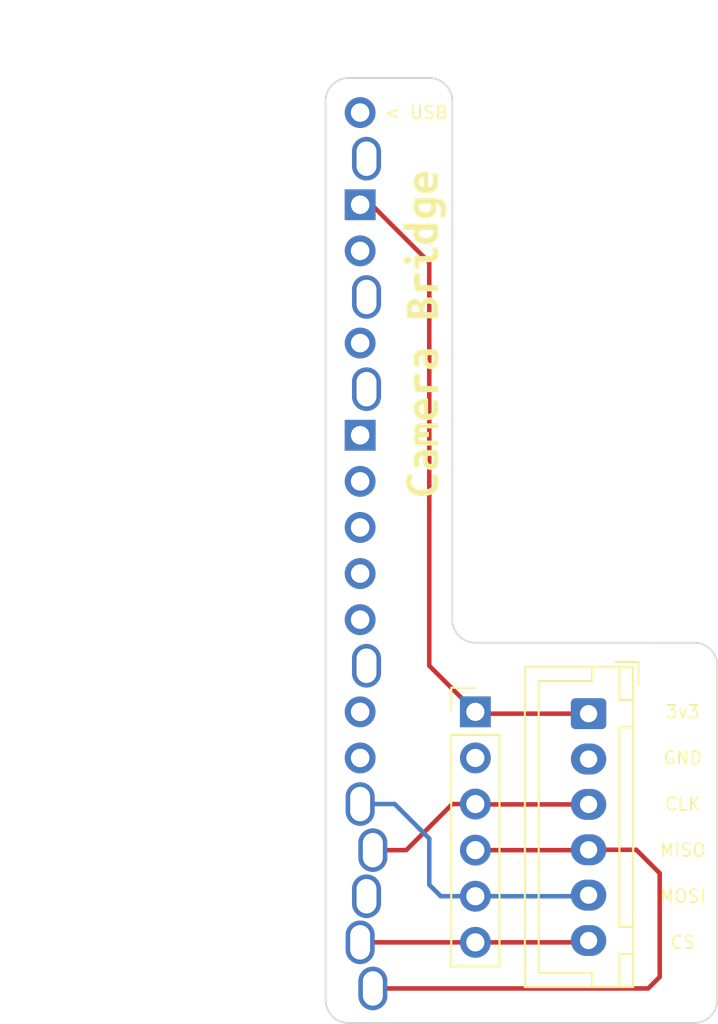
<source format=kicad_pcb>
(kicad_pcb (version 20221018) (generator pcbnew)
  (layers (0 "F.Cu" signal) (31 "B.Cu" signal) (34 "B.Paste" user) (35 "F.Paste" user) (36 "B.SilkS" user "B.Silkscreen") (37 "F.SilkS" user "F.Silkscreen") (38 "B.Mask" user) (39 "F.Mask" user) (44 "Edge.Cuts" user))
  (net 0 "")
  (net 3 "+3V3")
  (net 5 "GND")
  (net 16 "/MOSI")
  (net 17 "/CLK")
  (net 18 "/CS")
  (net 19 "/MISO")
  (footprint "kibuzzard-6576E9F4" (layer "F.Cu") (at 84.871 92.202 90)
    (fp_text reference "kibuzzard-6576E9F4" hide)
    (fp_text value "G***" hide)
    (fp_poly (pts (xy 4.272756 -0.950119) (xy 4.208859 -0.791766) (xy 4.056063 -0.733425) (xy 3.904655 -0.791766) (xy 3.842147 -0.950119) (xy 3.904655 -1.11125) (xy 4.056063 -1.169591) (xy 4.208859 -1.11125) (xy 4.272756 -0.950119)) (fill solid) (layer "F.SilkS"))
    (fp_poly (pts (xy -2.247503 -0.227806) (xy -2.32668 -0.244475) (xy -2.419747 -0.259755) (xy -2.511425 -0.269478) (xy -2.586434 -0.272256) (xy -2.728119 -0.265311) (xy -2.869803 -0.238919) (xy -2.869803 0.730647) (xy -3.214291 0.730647) (xy -3.214291 -0.48895) (xy -3.076426 -0.534095) (xy -2.935089 -0.569516) (xy -2.779861 -0.592435) (xy -2.600325 -0.600075) (xy -2.521148 -0.597297) (xy -2.411412 -0.587573) (xy -2.293342 -0.570905) (xy -2.186384 -0.544513) (xy -2.247503 -0.227806)) (fill solid) (layer "F.SilkS"))
    (fp_poly (pts (xy 3.308747 -0.227806) (xy 3.22957 -0.244475) (xy 3.136503 -0.259755) (xy 3.044825 -0.269478) (xy 2.969816 -0.272256) (xy 2.828131 -0.265311) (xy 2.686447 -0.238919) (xy 2.686447 0.730647) (xy 2.341959 0.730647) (xy 2.341959 -0.48895) (xy 2.479824 -0.534095) (xy 2.621161 -0.569516) (xy 2.776389 -0.592435) (xy 2.955925 -0.600075) (xy 3.035102 -0.597297) (xy 3.144838 -0.587573) (xy 3.262908 -0.570905) (xy 3.369866 -0.544513) (xy 3.308747 -0.227806)) (fill solid) (layer "F.SilkS"))
    (fp_poly (pts (xy 4.781153 0.675084) (xy 4.582517 0.743148) (xy 4.411663 0.761206) (xy 4.289078 0.751483) (xy 4.188023 0.722312) (xy 4.043561 0.609798) (xy 3.967163 0.430609) (xy 3.950494 0.317401) (xy 3.944937 0.188912) (xy 3.944937 -0.291703) (xy 3.583781 -0.291703) (xy 3.583781 -0.575072) (xy 4.286647 -0.575072) (xy 4.286647 0.233362) (xy 4.329708 0.406995) (xy 4.472781 0.463947) (xy 4.586684 0.451445) (xy 4.736703 0.40005) (xy 4.781153 0.675084)) (fill solid) (layer "F.SilkS"))
    (fp_poly (pts (xy -5.286772 -0.588963) (xy -5.108972 -0.555625) (xy -4.999236 -0.455613) (xy -4.945063 -0.287536) (xy -4.934645 -0.177453) (xy -4.931172 -0.050006) (xy -4.931172 0.730647) (xy -5.208984 0.730647) (xy -5.208984 -0.066675) (xy -5.218708 -0.191691) (xy -5.243711 -0.263922) (xy -5.279827 -0.297259) (xy -5.322887 -0.305594) (xy -5.375672 -0.301427) (xy -5.425678 -0.286147) (xy -5.411787 -0.169466) (xy -5.406231 -0.027781) (xy -5.406231 0.233362) (xy -5.684044 0.233362) (xy -5.684044 -0.066675) (xy -5.710436 -0.252809) (xy -5.795169 -0.305594) (xy -5.835452 -0.302816) (xy -5.881291 -0.294481) (xy -5.881291 0.730647) (xy -6.159103 0.730647) (xy -6.159103 -0.525066) (xy -5.945187 -0.572294) (xy -5.759053 -0.588963) (xy -5.62987 -0.570905) (xy -5.531247 -0.511175) (xy -5.420122 -0.565348) (xy -5.286772 -0.588963)) (fill solid) (layer "F.SilkS"))
    (fp_poly (pts (xy 6.067425 0.691753) (xy 5.962551 0.719534) (xy 5.836841 0.741759) (xy 5.702102 0.756345) (xy 5.572919 0.761104) (xy 5.572919 0.466725) (xy 5.650706 0.463947) (xy 5.725716 0.455612) (xy 5.725716 -0.255588) (xy 5.636816 -0.293092) (xy 5.531247 -0.308372) (xy 5.425678 -0.284063) (xy 5.353447 -0.211138) (xy 5.311775 -0.092373) (xy 5.297884 0.069453) (xy 5.314206 0.228501) (xy 5.36317 0.3556) (xy 5.44825 0.438944) (xy 5.572919 0.466725) (xy 5.572919 0.761104) (xy 5.570141 0.761206) (xy 5.382926 0.741142) (xy 5.22874 0.680949) (xy 5.107583 0.580628) (xy 5.020381 0.445426) (xy 4.968059 0.280591) (xy 4.950619 0.086122) (xy 4.965281 -0.111897) (xy 5.009268 -0.279973) (xy 5.08258 -0.418108) (xy 5.184599 -0.520744) (xy 5.314707 -0.582326) (xy 5.472906 -0.602853) (xy 5.609034 -0.587573) (xy 5.725716 -0.544513) (xy 5.725716 -1.139031) (xy 6.067425 -1.197372) (xy 6.067425 0.691753)) (fill solid) (layer "F.SilkS"))
    (fp_poly (pts (xy -8.195469 0.766762) (xy -8.418953 0.740833) (xy -8.604162 0.663046) (xy -8.751094 0.5334) (xy -8.834958 0.404391) (xy -8.894862 0.250726) (xy -8.930804 0.072405) (xy -8.942784 -0.130572) (xy -8.928199 -0.33268) (xy -8.884444 -0.511175) (xy -8.814643 -0.665014) (xy -8.721923 -0.793155) (xy -8.60802 -0.894556) (xy -8.47467 -0.968177) (xy -8.324999 -1.012974) (xy -8.162131 -1.027906) (xy -7.996833 -1.012627) (xy -7.86765 -0.9779) (xy -7.774583 -0.936228) (xy -7.717631 -0.902891) (xy -7.806531 -0.630634) (xy -7.960717 -0.701477) (xy -8.167688 -0.730647) (xy -8.324652 -0.701477) (xy -8.46078 -0.604242) (xy -8.558014 -0.422275) (xy -8.586143 -0.294481) (xy -8.595519 -0.138906) (xy -8.584252 0.042135) (xy -8.550451 0.192617) (xy -8.494117 0.312539) (xy -8.36042 0.430262) (xy -8.162131 0.469503) (xy -7.94127 0.438944) (xy -7.800975 0.377825) (xy -7.714853 0.647303) (xy -7.910711 0.729258) (xy -8.043714 0.757386) (xy -8.195469 0.766762)) (fill solid) (layer "F.SilkS"))
    (fp_poly (pts (xy -6.961981 -0.608409) (xy -6.814393 -0.599033) (xy -6.693892 -0.570905) (xy -6.523037 -0.465336) (xy -6.431359 -0.298648) (xy -6.403578 -0.077788) (xy -6.403578 0.700087) (xy -6.625828 0.738981) (xy -6.782098 0.75565) (xy -6.931422 0.760409) (xy -6.931422 0.486172) (xy -6.823075 0.484783) (xy -6.731397 0.477837) (xy -6.731397 0.1778) (xy -6.811963 0.168077) (xy -6.898084 0.163909) (xy -7.000875 0.170855) (xy -7.088386 0.194469) (xy -7.148116 0.241697) (xy -7.170341 0.322262) (xy -7.103666 0.448667) (xy -6.931422 0.486172) (xy -6.931422 0.760409) (xy -6.956425 0.761206) (xy -7.182842 0.738981) (xy -7.356475 0.665361) (xy -7.4676 0.532011) (xy -7.506494 0.330597) (xy -7.462044 0.138906) (xy -7.342584 0.013891) (xy -7.170341 -0.054173) (xy -6.967537 -0.075009) (xy -6.841827 -0.069453) (xy -6.731397 -0.052784) (xy -6.731397 -0.094456) (xy -6.792516 -0.256977) (xy -6.875859 -0.305941) (xy -7.003653 -0.322263) (xy -7.191177 -0.308372) (xy -7.337028 -0.275034) (xy -7.384256 -0.550069) (xy -7.203678 -0.590352) (xy -7.084913 -0.603895) (xy -6.961981 -0.608409)) (fill solid) (layer "F.SilkS"))
    (fp_poly (pts (xy -1.405731 -0.608409) (xy -1.258143 -0.599033) (xy -1.137642 -0.570905) (xy -0.966788 -0.465336) (xy -0.875109 -0.298648) (xy -0.847328 -0.077788) (xy -0.847328 0.700087) (xy -1.069578 0.738981) (xy -1.225848 0.75565) (xy -1.375172 0.760409) (xy -1.375172 0.486172) (xy -1.266825 0.484783) (xy -1.175147 0.477837) (xy -1.175147 0.1778) (xy -1.255712 0.168077) (xy -1.341834 0.163909) (xy -1.444625 0.170855) (xy -1.532136 0.194469) (xy -1.591866 0.241697) (xy -1.614091 0.322262) (xy -1.547416 0.448667) (xy -1.375172 0.486172) (xy -1.375172 0.760409) (xy -1.400175 0.761206) (xy -1.626592 0.738981) (xy -1.800225 0.665361) (xy -1.91135 0.532011) (xy -1.950244 0.330597) (xy -1.905794 0.138906) (xy -1.786334 0.013891) (xy -1.614091 -0.054173) (xy -1.411287 -0.075009) (xy -1.285577 -0.069453) (xy -1.175147 -0.052784) (xy -1.175147 -0.094456) (xy -1.236266 -0.256977) (xy -1.319609 -0.305941) (xy -1.447403 -0.322263) (xy -1.634927 -0.308372) (xy -1.780778 -0.275034) (xy -1.828006 -0.550069) (xy -1.647428 -0.590352) (xy -1.528663 -0.603895) (xy -1.405731 -0.608409)) (fill solid) (layer "F.SilkS"))
    (fp_poly (pts (xy -4.764484 0.0889) (xy -4.751288 -0.072926) (xy -4.7117 -0.213916) (xy -4.650581 -0.333722) (xy -4.572794 -0.431998) (xy -4.480421 -0.508744) (xy -4.375547 -0.563959) (xy -4.263033 -0.597297) (xy -4.147741 -0.608409) (xy -3.970558 -0.589426) (xy -3.824243 -0.532474) (xy -3.708797 -0.437555) (xy -3.625453 -0.306211) (xy -3.575447 -0.139987) (xy -3.558778 0.061119) (xy -3.560167 0.130572) (xy -3.564334 0.188912) (xy -3.889375 0.188912) (xy -3.889375 -0.047228) (xy -3.903266 -0.14863) (xy -3.947716 -0.236141) (xy -4.025503 -0.298648) (xy -4.142184 -0.322263) (xy -4.257477 -0.300038) (xy -4.338042 -0.238919) (xy -4.388048 -0.150019) (xy -4.411662 -0.047228) (xy -3.889375 -0.047228) (xy -3.889375 0.188912) (xy -4.411662 0.188912) (xy -4.38527 0.303163) (xy -4.306094 0.390327) (xy -4.185245 0.445542) (xy -4.033837 0.463947) (xy -3.83798 0.441722) (xy -3.681016 0.397272) (xy -3.633787 0.688975) (xy -3.8227 0.74037) (xy -4.047728 0.761206) (xy -4.205734 0.750441) (xy -4.346377 0.718145) (xy -4.468614 0.664666) (xy -4.571405 0.590352) (xy -4.653707 0.495548) (xy -4.714478 0.380603) (xy -4.751983 0.24517) (xy -4.764484 0.0889)) (fill solid) (layer "F.SilkS"))
    (fp_poly (pts (xy 7.737078 0.0889) (xy 7.750274 -0.072926) (xy 7.789862 -0.213916) (xy 7.850981 -0.333722) (xy 7.928769 -0.431998) (xy 8.021141 -0.508744) (xy 8.126016 -0.563959) (xy 8.23853 -0.597297) (xy 8.353822 -0.608409) (xy 8.531005 -0.589426) (xy 8.677319 -0.532474) (xy 8.792766 -0.437555) (xy 8.876109 -0.306211) (xy 8.926116 -0.139987) (xy 8.942784 0.061119) (xy 8.941395 0.130572) (xy 8.937228 0.188912) (xy 8.612188 0.188912) (xy 8.612188 -0.047228) (xy 8.598297 -0.14863) (xy 8.553847 -0.236141) (xy 8.476059 -0.298648) (xy 8.359378 -0.322263) (xy 8.244086 -0.300038) (xy 8.16352 -0.238919) (xy 8.113514 -0.150019) (xy 8.0899 -0.047228) (xy 8.612188 -0.047228) (xy 8.612188 0.188912) (xy 8.0899 0.188912) (xy 8.116292 0.303163) (xy 8.195469 0.390327) (xy 8.316317 0.445542) (xy 8.467725 0.463947) (xy 8.663583 0.441722) (xy 8.820547 0.397272) (xy 8.867775 0.688975) (xy 8.678863 0.74037) (xy 8.453834 0.761206) (xy 8.295829 0.750441) (xy 8.155186 0.718145) (xy 8.032948 0.664666) (xy 7.930158 0.590352) (xy 7.847856 0.495548) (xy 7.787084 0.380603) (xy 7.74958 0.24517) (xy 7.737078 0.0889)) (fill solid) (layer "F.SilkS"))
    (fp_poly (pts (xy 7.478713 0.572294) (xy 7.461581 0.766762) (xy 7.410185 0.92419) (xy 7.324527 1.044575) (xy 7.2009 1.129462) (xy 7.035602 1.180394) (xy 6.828631 1.197372) (xy 6.708825 1.191121) (xy 6.59388 1.172369) (xy 6.378575 1.114028) (xy 6.442472 0.825103) (xy 6.611938 0.882055) (xy 6.834187 0.908447) (xy 6.981428 0.887611) (xy 7.073106 0.830659) (xy 7.120334 0.745927) (xy 7.134225 0.641747) (xy 7.134225 0.588962) (xy 7.002264 0.630634) (xy 6.942534 0.637057) (xy 6.942534 0.366712) (xy 7.046714 0.352822) (xy 7.134225 0.316706) (xy 7.134225 -0.31115) (xy 7.064772 -0.322263) (xy 7.000875 -0.325041) (xy 6.834188 -0.284912) (xy 6.734175 -0.164527) (xy 6.700838 0.036116) (xy 6.715423 0.178147) (xy 6.759178 0.28198) (xy 6.942534 0.366712) (xy 6.942534 0.637057) (xy 6.873081 0.644525) (xy 6.716426 0.626622) (xy 6.587243 0.572911) (xy 6.485533 0.483394) (xy 6.412221 0.362082) (xy 6.368234 0.21299) (xy 6.353572 0.036116) (xy 6.373327 -0.160514) (xy 6.432594 -0.320719) (xy 6.531372 -0.4445) (xy 6.664105 -0.532474) (xy 6.825236 -0.585258) (xy 7.014766 -0.602853) (xy 7.161389 -0.595136) (xy 7.316038 -0.571985) (xy 7.478713 -0.5334) (xy 7.478713 0.572294)) (fill solid) (layer "F.SilkS"))
    (fp_poly (pts (xy 2.008584 0.211137) (xy 1.995388 0.353864) (xy 1.9558 0.470892) (xy 1.812727 0.63758) (xy 1.714103 0.691059) (xy 1.598811 0.72648) (xy 1.47067 0.746274) (xy 1.361281 0.751536) (xy 1.361281 0.455612) (xy 1.475184 0.445889) (xy 1.573808 0.409773) (xy 1.64465 0.334764) (xy 1.672431 0.211137) (xy 1.593255 0.031948) (xy 1.380728 -0.022225) (xy 1.330722 -0.022225) (xy 1.330722 -0.305594) (xy 1.527969 -0.362545) (xy 1.594644 -0.519509) (xy 1.575197 -0.618133) (xy 1.522413 -0.676473) (xy 1.444625 -0.704255) (xy 1.352947 -0.7112) (xy 1.272381 -0.708422) (xy 1.197372 -0.700088) (xy 1.197372 -0.305594) (xy 1.330722 -0.305594) (xy 1.330722 -0.022225) (xy 1.197372 -0.022225) (xy 1.197372 0.4445) (xy 1.276548 0.452834) (xy 1.361281 0.455612) (xy 1.361281 0.751536) (xy 1.3335 0.752872) (xy 1.217513 0.749746) (xy 1.097359 0.74037) (xy 0.975816 0.724743) (xy 0.855663 0.702866) (xy 0.855663 -0.966788) (xy 1.069578 -0.995958) (xy 1.300163 -1.008459) (xy 1.476573 -0.998389) (xy 1.616869 -0.968177) (xy 1.808559 -0.862608) (xy 1.903016 -0.716756) (xy 1.928019 -0.555625) (xy 1.913086 -0.440333) (xy 1.868289 -0.338931) (xy 1.708547 -0.188913) (xy 1.85544 -0.113903) (xy 1.946077 -0.016669) (xy 1.992957 0.094456) (xy 2.008584 0.211137)) (fill solid) (layer "F.SilkS"))
  )
  (footprint "Connector_JST:JST_XH_B6B-XH-A_1x06_P2.50mm_Vertical" (layer "F.Cu") (at 93.905 113.13 -90)
    (fp_text reference "J3" hide)
    (fp_text value "JST Connection")
    (fp_line (start -2.85 -2.75) (end -2.85 -1.5) (stroke (width 0.12)) (layer "F.SilkS"))
    (fp_line (start -2.56 -2.46) (end -2.56 3.51) (stroke (width 0.12)) (layer "F.SilkS"))
    (fp_line (start -2.56 3.51) (end 15.06 3.51) (stroke (width 0.12)) (layer "F.SilkS"))
    (fp_line (start -2.55 -2.45) (end -2.55 -1.7) (stroke (width 0.12)) (layer "F.SilkS"))
    (fp_line (start -2.55 -1.7) (end -0.75 -1.7) (stroke (width 0.12)) (layer "F.SilkS"))
    (fp_line (start -2.55 -0.2) (end -1.8 -0.2) (stroke (width 0.12)) (layer "F.SilkS"))
    (fp_line (start -1.8 -0.2) (end -1.8 2.75) (stroke (width 0.12)) (layer "F.SilkS"))
    (fp_line (start -1.8 2.75) (end 6.25 2.75) (stroke (width 0.12)) (layer "F.SilkS"))
    (fp_line (start -1.6 -2.75) (end -2.85 -2.75) (stroke (width 0.12)) (layer "F.SilkS"))
    (fp_line (start -0.75 -2.45) (end -2.55 -2.45) (stroke (width 0.12)) (layer "F.SilkS"))
    (fp_line (start -0.75 -1.7) (end -0.75 -2.45) (stroke (width 0.12)) (layer "F.SilkS"))
    (fp_line (start 0.75 -2.45) (end 0.75 -1.7) (stroke (width 0.12)) (layer "F.SilkS"))
    (fp_line (start 0.75 -1.7) (end 11.75 -1.7) (stroke (width 0.12)) (layer "F.SilkS"))
    (fp_line (start 11.75 -2.45) (end 0.75 -2.45) (stroke (width 0.12)) (layer "F.SilkS"))
    (fp_line (start 11.75 -1.7) (end 11.75 -2.45) (stroke (width 0.12)) (layer "F.SilkS"))
    (fp_line (start 13.25 -2.45) (end 13.25 -1.7) (stroke (width 0.12)) (layer "F.SilkS"))
    (fp_line (start 13.25 -1.7) (end 15.05 -1.7) (stroke (width 0.12)) (layer "F.SilkS"))
    (fp_line (start 14.3 -0.2) (end 14.3 2.75) (stroke (width 0.12)) (layer "F.SilkS"))
    (fp_line (start 14.3 2.75) (end 6.25 2.75) (stroke (width 0.12)) (layer "F.SilkS"))
    (fp_line (start 15.05 -2.45) (end 13.25 -2.45) (stroke (width 0.12)) (layer "F.SilkS"))
    (fp_line (start 15.05 -1.7) (end 15.05 -2.45) (stroke (width 0.12)) (layer "F.SilkS"))
    (fp_line (start 15.05 -0.2) (end 14.3 -0.2) (stroke (width 0.12)) (layer "F.SilkS"))
    (fp_line (start 15.06 -2.46) (end -2.56 -2.46) (stroke (width 0.12)) (layer "F.SilkS"))
    (fp_line (start 15.06 3.51) (end 15.06 -2.46) (stroke (width 0.12)) (layer "F.SilkS"))
    (pad "1" thru_hole roundrect (at 0 0 270) (size 1.7 1.95) (drill 0.95) (layers "*.Cu" "*.Mask") (roundrect_rratio 0.147059) (net 3 "+3V3"))
    (pad "2" thru_hole oval (at 2.5 0 270) (size 1.7 1.95) (drill 0.95) (layers "*.Cu" "*.Mask") (net 5 "GND"))
    (pad "3" thru_hole oval (at 5 0 270) (size 1.7 1.95) (drill 0.95) (layers "*.Cu" "*.Mask") (net 17 "/CLK"))
    (pad "4" thru_hole oval (at 7.5 0 270) (size 1.7 1.95) (drill 0.95) (layers "*.Cu" "*.Mask") (net 19 "/MISO"))
    (pad "5" thru_hole oval (at 10 0 270) (size 1.7 1.95) (drill 0.95) (layers "*.Cu" "*.Mask") (net 16 "/MOSI"))
    (pad "6" thru_hole oval (at 12.5 0 270) (size 1.7 1.95) (drill 0.95) (layers "*.Cu" "*.Mask") (net 18 "/CS"))
  )
  (footprint "Footprints-General:Pico-Wing-Shim-SPI" (layer "F.Cu") (at 81.315 80.01)
    (fp_text reference "J1" hide)
    (fp_text value "Pico RHS Headers")
    (pad "1" thru_hole oval (at 0 0) (size 1.7 1.7) (drill 1.02) (layers "*.Cu" "*.Mask"))
    (pad "2" thru_hole oval (at 0.35 2.54) (size 1.6 2.4) (drill oval 1.1 1.9) (layers "*.Cu" "*.Mask"))
    (pad "3" thru_hole rect (at 0 5.08) (size 1.7 1.7) (drill 1.02) (layers "*.Cu" "*.Mask") (net 3 "+3V3"))
    (pad "4" thru_hole oval (at 0 7.62) (size 1.7 1.7) (drill 1.02) (layers "*.Cu" "*.Mask"))
    (pad "5" thru_hole oval (at 0.35 10.16) (size 1.6 2.4) (drill oval 1.1 1.9) (layers "*.Cu" "*.Mask") (net 5 "GND"))
    (pad "6" thru_hole oval (at 0 12.7) (size 1.7 1.7) (drill 1.02) (layers "*.Cu" "*.Mask"))
    (pad "7" thru_hole oval (at 0.35 15.24) (size 1.6 2.4) (drill oval 1.1 1.9) (layers "*.Cu" "*.Mask"))
    (pad "8" thru_hole rect (at 0 17.78) (size 1.7 1.7) (drill 1.02) (layers "*.Cu" "*.Mask"))
    (pad "9" thru_hole oval (at 0 20.32) (size 1.7 1.7) (drill 1.02) (layers "*.Cu" "*.Mask"))
    (pad "10" thru_hole oval (at 0 22.86) (size 1.7 1.7) (drill 1.02) (layers "*.Cu" "*.Mask"))
    (pad "11" thru_hole oval (at 0 25.4) (size 1.7 1.7) (drill 1.02) (layers "*.Cu" "*.Mask"))
    (pad "12" thru_hole oval (at 0 27.94) (size 1.7 1.7) (drill 1.02) (layers "*.Cu" "*.Mask"))
    (pad "13" thru_hole oval (at 0.35 30.48) (size 1.6 2.4) (drill oval 1.1 1.9) (layers "*.Cu" "*.Mask"))
    (pad "14" thru_hole oval (at 0 33.02) (size 1.7 1.7) (drill 1.02) (layers "*.Cu" "*.Mask"))
    (pad "15" thru_hole oval (at 0 35.56) (size 1.7 1.7) (drill 1.02) (layers "*.Cu" "*.Mask"))
    (pad "16" thru_hole oval (at 0 38.1) (size 1.6 2.4) (drill oval 1.1 1.9) (layers "*.Cu" "*.Mask") (net 16 "/MOSI"))
    (pad "17" thru_hole oval (at 0.7 40.64) (size 1.6 2.4) (drill oval 1.1 1.9) (layers "*.Cu" "*.Mask") (net 17 "/CLK"))
    (pad "18" thru_hole oval (at 0.35 43.18) (size 1.6 2.4) (drill oval 1.1 1.9) (layers "*.Cu" "*.Mask") (net 5 "GND"))
    (pad "19" thru_hole oval (at 0 45.72) (size 1.6 2.4) (drill oval 1.1 1.9) (layers "*.Cu" "*.Mask") (net 18 "/CS"))
    (pad "20" thru_hole oval (at 0.7 48.26) (size 1.6 2.4) (drill oval 1.1 1.9) (layers "*.Cu" "*.Mask") (net 19 "/MISO"))
  )
  (footprint "Connector_PinHeader_2.54mm:PinHeader_1x06_P2.54mm_Vertical" (layer "F.Cu") (at 87.665 113.03)
    (fp_text reference "J2" hide)
    (fp_text value "Pin Connection")
    (fp_line (start -1.33 -1.33) (end 0 -1.33) (stroke (width 0.12)) (layer "F.SilkS"))
    (fp_line (start -1.33 0) (end -1.33 -1.33) (stroke (width 0.12)) (layer "F.SilkS"))
    (fp_line (start -1.33 1.27) (end -1.33 14.03) (stroke (width 0.12)) (layer "F.SilkS"))
    (fp_line (start -1.33 1.27) (end 1.33 1.27) (stroke (width 0.12)) (layer "F.SilkS"))
    (fp_line (start -1.33 14.03) (end 1.33 14.03) (stroke (width 0.12)) (layer "F.SilkS"))
    (fp_line (start 1.33 1.27) (end 1.33 14.03) (stroke (width 0.12)) (layer "F.SilkS"))
    (pad "1" thru_hole rect (at 0 0) (size 1.7 1.7) (drill 1) (layers "*.Cu" "*.Mask") (net 3 "+3V3"))
    (pad "2" thru_hole oval (at 0 2.54) (size 1.7 1.7) (drill 1) (layers "*.Cu" "*.Mask") (net 5 "GND"))
    (pad "3" thru_hole oval (at 0 5.08) (size 1.7 1.7) (drill 1) (layers "*.Cu" "*.Mask") (net 17 "/CLK"))
    (pad "4" thru_hole oval (at 0 7.62) (size 1.7 1.7) (drill 1) (layers "*.Cu" "*.Mask") (net 19 "/MISO"))
    (pad "5" thru_hole oval (at 0 10.16) (size 1.7 1.7) (drill 1) (layers "*.Cu" "*.Mask") (net 16 "/MOSI"))
    (pad "6" thru_hole oval (at 0 12.7) (size 1.7 1.7) (drill 1) (layers "*.Cu" "*.Mask") (net 18 "/CS"))
  )
  (gr_line (start 80.68 78.105) (end 85.124999 78.105001) (stroke (width 0.1)) (layer "Edge.Cuts"))
  (gr_line (start 99.73 109.220001) (end 87.665001 109.219999) (stroke (width 0.1)) (layer "Edge.Cuts"))
  (gr_arc (start 79.41 79.375) (mid 79.781974 78.476974) (end 80.68 78.105) (stroke (width 0.1)) (layer "Edge.Cuts"))
  (gr_line (start 79.410001 128.904999) (end 79.41 79.375) (stroke (width 0.1)) (layer "Edge.Cuts"))
  (gr_arc (start 87.665001 109.219999) (mid 86.766975 108.848025) (end 86.395001 107.949999) (stroke (width 0.1)) (layer "Edge.Cuts"))
  (gr_arc (start 85.124999 78.105001) (mid 86.023025 78.476975) (end 86.394999 79.375001) (stroke (width 0.1)) (layer "Edge.Cuts"))
  (gr_arc (start 80.680001 130.174999) (mid 79.781975 129.803025) (end 79.410001 128.904999) (stroke (width 0.1)) (layer "Edge.Cuts"))
  (gr_arc (start 99.73 109.220001) (mid 100.628026 109.591975) (end 101 110.490001) (stroke (width 0.1)) (layer "Edge.Cuts"))
  (gr_arc (start 101 128.904999) (mid 100.628026 129.803025) (end 99.73 130.174999) (stroke (width 0.1)) (layer "Edge.Cuts"))
  (gr_line (start 80.680001 130.174999) (end 99.73 130.174999) (stroke (width 0.1)) (layer "Edge.Cuts"))
  (gr_line (start 101 110.490001) (end 101 128.904999) (stroke (width 0.1)) (layer "Edge.Cuts"))
  (gr_line (start 86.395001 107.949999) (end 86.394999 79.375001) (stroke (width 0.1)) (layer "Edge.Cuts"))
  (gr_text "< USB" (at 82.585 80.01) (layer "F.SilkS") (effects (font (size 0.7 0.7) (thickness 0.1)) (justify left)))
  (gr_text "3v3" (at 99.095 113.03) (layer "F.SilkS") (effects (font (size 0.7 0.7) (thickness 0.1))))
  (gr_text "MISO" (at 99.095 120.65) (layer "F.SilkS") (effects (font (size 0.7 0.7) (thickness 0.1))))
  (gr_text "GND" (at 99.095 115.57) (layer "F.SilkS") (effects (font (size 0.7 0.7) (thickness 0.1))))
  (gr_text "CS" (at 99.095 125.73) (layer "F.SilkS") (effects (font (size 0.7 0.7) (thickness 0.1))))
  (gr_text "MOSI" (at 99.095 123.19) (layer "F.SilkS") (effects (font (size 0.7 0.7) (thickness 0.1))))
  (gr_text "CLK" (at 99.095 118.11) (layer "F.SilkS") (effects (font (size 0.7 0.7) (thickness 0.1))))
  (segment (start 93.905 113.13) (end 87.765 113.13) (width 0.25) (layer "F.Cu") (net 3))
  (segment (start 87.665 113.03) (end 85.125 110.49) (width 0.25) (layer "F.Cu") (net 3))
  (segment (start 81.95 85.09) (end 81.315 85.09) (width 0.25) (layer "F.Cu") (net 3))
  (segment (start 85.125 88.265) (end 81.95 85.09) (width 0.25) (layer "F.Cu") (net 3))
  (segment (start 85.125 110.49) (end 85.125 88.265) (width 0.25) (layer "F.Cu") (net 3))
  (segment (start 87.765 113.13) (end 87.665 113.03) (width 0.25) (layer "F.Cu") (net 3))
  (segment (start 85.125 122.555) (end 85.76 123.19) (width 0.25) (layer "B.Cu") (net 16))
  (segment (start 85.125 120.015) (end 85.125 122.555) (width 0.25) (layer "B.Cu") (net 16))
  (segment (start 85.76 123.19) (end 87.665 123.19) (width 0.25) (layer "B.Cu") (net 16))
  (segment (start 93.845 123.19) (end 93.905 123.13) (width 0.25) (layer "B.Cu") (net 16))
  (segment (start 87.665 123.19) (end 93.845 123.19) (width 0.25) (layer "B.Cu") (net 16))
  (segment (start 83.22 118.11) (end 85.125 120.015) (width 0.25) (layer "B.Cu") (net 16))
  (segment (start 81.315 118.11) (end 83.22 118.11) (width 0.25) (layer "B.Cu") (net 16))
  (segment (start 93.905 118.13) (end 87.685 118.13) (width 0.25) (layer "F.Cu") (net 17))
  (segment (start 82.015 120.65) (end 83.855 120.65) (width 0.25) (layer "F.Cu") (net 17))
  (segment (start 83.855 120.65) (end 86.395 118.11) (width 0.25) (layer "F.Cu") (net 17))
  (segment (start 86.395 118.11) (end 87.665 118.11) (width 0.25) (layer "F.Cu") (net 17))
  (segment (start 87.685 118.13) (end 87.665 118.11) (width 0.25) (layer "F.Cu") (net 17))
  (segment (start 81.315 125.73) (end 87.665 125.73) (width 0.25) (layer "F.Cu") (net 18))
  (segment (start 93.805 125.73) (end 93.905 125.63) (width 0.25) (layer "F.Cu") (net 18))
  (segment (start 87.665 125.73) (end 93.805 125.73) (width 0.25) (layer "F.Cu") (net 18))
  (segment (start 82.015 128.27) (end 97.19 128.27) (width 0.25) (layer "F.Cu") (net 19))
  (segment (start 96.535 120.63) (end 93.905 120.63) (width 0.25) (layer "F.Cu") (net 19))
  (segment (start 97.825 127.635) (end 97.825 121.92) (width 0.25) (layer "F.Cu") (net 19))
  (segment (start 97.19 128.27) (end 97.825 127.635) (width 0.25) (layer "F.Cu") (net 19))
  (segment (start 93.885 120.65) (end 93.905 120.63) (width 0.25) (layer "F.Cu") (net 19))
  (segment (start 87.665 120.65) (end 93.885 120.65) (width 0.25) (layer "F.Cu") (net 19))
  (segment (start 97.825 121.92) (end 96.535 120.63) (width 0.25) (layer "F.Cu") (net 19))
)
</source>
